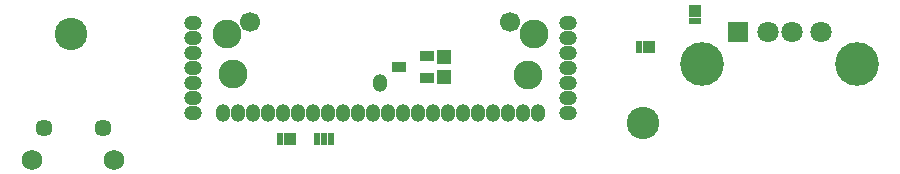
<source format=gbr>
G04 DipTrace 2.4.0.2*
%INBottomMask.gbr*%
%MOIN*%
%ADD48C,0.0669*%
%ADD49C,0.1083*%
%ADD60R,0.0492X0.0335*%
%ADD66R,0.0399X0.0239*%
%ADD68R,0.0239X0.0399*%
%ADD72O,0.0495X0.0591*%
%ADD74O,0.0591X0.0495*%
%ADD78C,0.0689*%
%ADD80C,0.0571*%
%ADD84C,0.1457*%
%ADD86C,0.0709*%
%ADD88R,0.0709X0.0709*%
%ADD90C,0.0965*%
%ADD96R,0.0472X0.0512*%
%FSLAX44Y44*%
G04*
G70*
G90*
G75*
G01*
%LNBotMask*%
%LPD*%
D90*
X21480Y7334D3*
X11455Y8690D3*
X11662Y7342D3*
X21690Y8690D3*
D48*
X20905Y9084D3*
X12224D3*
D88*
X28505Y8755D3*
D86*
X29489D3*
X30276D3*
X31261D3*
D84*
X27296Y7688D3*
X32469D3*
D80*
X5342Y5565D3*
X7311D3*
D78*
X4949Y4502D3*
X7705D3*
D74*
X10315Y9065D3*
Y8565D3*
Y8065D3*
Y7565D3*
Y7065D3*
Y6565D3*
Y6065D3*
D72*
X11315D3*
X11815D3*
X12315D3*
X12815D3*
X13315D3*
X13815D3*
X14315D3*
X14815D3*
X15315D3*
X15815D3*
X16315D3*
X16815D3*
X17315D3*
X17815D3*
X18315D3*
X18815D3*
X19315D3*
X19815D3*
X20315D3*
X20815D3*
X21315D3*
X21815D3*
D74*
X22815D3*
Y6565D3*
Y7065D3*
Y7565D3*
Y8065D3*
Y8565D3*
Y9065D3*
D68*
X13660Y5190D3*
X13440D3*
X13220D3*
X14470D3*
X14690D3*
X14910D3*
D66*
X27071Y9116D3*
Y9336D3*
Y9556D3*
D49*
X25311Y5725D3*
D68*
X25627Y8252D3*
X25407D3*
X25187D3*
D72*
X16561Y7050D3*
D60*
X18112Y7958D3*
Y7210D3*
X17206Y7584D3*
D96*
X18678Y7935D3*
Y7265D3*
D49*
X6251Y8675D3*
M02*

</source>
